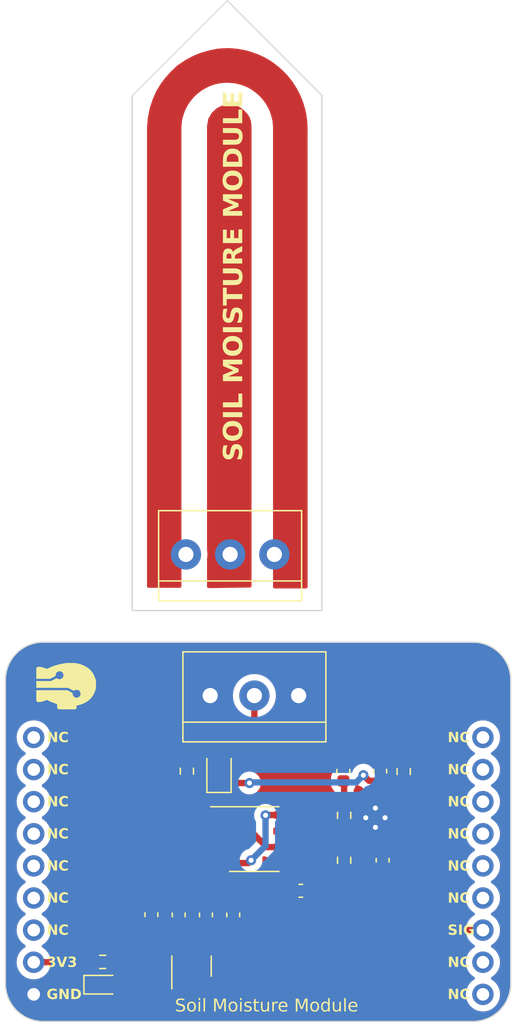
<source format=kicad_pcb>
(kicad_pcb (version 20221018) (generator pcbnew)
  (layers (0 "F.Cu" signal) (31 "B.Cu" signal) (34 "B.Paste" user) (35 "F.Paste" user) (36 "B.SilkS" user "B.Silkscreen") (37 "F.SilkS" user "F.Silkscreen") (38 "B.Mask" user) (39 "F.Mask" user) (44 "Edge.Cuts" user))
  (net 0 "")
  (net 1 "Net-(U1-CV)")
  (net 2 "Net-(U1-THR)")
  (net 3 "VCC")
  (net 4 "SIG")
  (net 5 "+3V3")
  (net 6 "SENSOR+")
  (net 7 "Net-(D2-A)")
  (net 8 "Net-(U1-DIS)")
  (net 9 "Net-(U1-Q)")
  (net 25 "SENSOR-")
  (footprint "Resistor_SMD:R_0603_1608Metric" (layer "F.Cu") (at 102.566765 103.403264 -90)
    (fp_text reference "R4" hide)
    (fp_text value "1m" hide)
    (fp_line (start -0.237258 -0.5225) (end 0.237258 -0.5225) (stroke (width 0.12)) (layer "F.SilkS"))
    (fp_line (start -0.237258 0.5225) (end 0.237258 0.5225) (stroke (width 0.12)) (layer "F.SilkS"))
    (pad "1" smd roundrect (at -0.825 0 270) (size 0.8 0.95) (layers "F.Cu" "F.Paste" "F.Mask") (net 25 "SENSOR-"))
    (pad "2" smd roundrect (at 0.825 0 270) (size 0.8 0.95) (layers "F.Cu" "F.Paste" "F.Mask") (net 4 "SIG"))
  )
  (footprint "Resistor_SMD:R_0603_1608Metric" (layer "F.Cu") (at 97.8535 110.4265 -90)
    (fp_text reference "R1" hide)
    (fp_text value "1.6k" hide)
    (fp_line (start -0.237258 -0.5225) (end 0.237258 -0.5225) (stroke (width 0.12)) (layer "F.SilkS"))
    (fp_line (start -0.237258 0.5225) (end 0.237258 0.5225) (stroke (width 0.12)) (layer "F.SilkS"))
    (pad "1" smd roundrect (at -0.825 0 270) (size 0.8 0.95) (layers "F.Cu" "F.Paste" "F.Mask") (net 8 "Net-(U1-DIS)"))
    (pad "2" smd roundrect (at 0.825 0 270) (size 0.8 0.95) (layers "F.Cu" "F.Paste" "F.Mask") (net 2 "Net-(U1-THR)"))
  )
  (footprint "Capacitor_SMD:C_0603_1608Metric" (layer "F.Cu") (at 89.07518 114.74507 90)
    (fp_text reference "C8" hide)
    (fp_text value "4.7uF" hide)
    (fp_line (start -0.14058 -0.51) (end 0.14058 -0.51) (stroke (width 0.12)) (layer "F.SilkS"))
    (fp_line (start -0.14058 0.51) (end 0.14058 0.51) (stroke (width 0.12)) (layer "F.SilkS"))
    (pad "1" smd roundrect (at -0.775 0 90) (size 0.9 0.95) (layers "F.Cu" "F.Paste" "F.Mask") (net 3 "VCC"))
    (pad "2" smd roundrect (at 0.775 0 90) (size 0.9 0.95) (layers "F.Cu" "F.Paste" "F.Mask") (net 25 "SENSOR-"))
  )
  (footprint "TerminalBlock_4Ucon:TerminalBlock_4Ucon_1x03_P3.50mm_Horizontal" (layer "F.Cu") (at 87.25 97.4)
    (fp_text reference "J2" hide)
    (fp_text value "Screw_Terminal_01x03" hide)
    (fp_line (start -2.16 -3.46) (end -2.16 3.66) (stroke (width 0.12)) (layer "F.SilkS"))
    (fp_line (start -2.16 -3.46) (end 9.16 -3.46) (stroke (width 0.12)) (layer "F.SilkS"))
    (fp_line (start -2.16 2.1) (end 9.16 2.1) (stroke (width 0.12)) (layer "F.SilkS"))
    (fp_line (start -2.16 3.66) (end 9.16 3.66) (stroke (width 0.12)) (layer "F.SilkS"))
    (fp_line (start 9.16 -3.46) (end 9.16 3.66) (stroke (width 0.12)) (layer "F.SilkS"))
    (pad "1" thru_hole circle (at 0 0) (size 2.4 2.4) (drill 1.2) (layers "*.Cu" "*.Mask") (net 25 "SENSOR-"))
    (pad "2" thru_hole circle (at 3.5 0) (size 2.4 2.4) (drill 1.2) (layers "*.Cu" "*.Mask") (net 6 "SENSOR+"))
    (pad "3" thru_hole circle (at 7 0) (size 2.4 2.4) (drill 1.2) (layers "*.Cu" "*.Mask") (net 25 "SENSOR-"))
  )
  (footprint "Capacitor_SMD:C_0603_1608Metric" (layer "F.Cu") (at 86.91618 114.74507 90)
    (fp_text reference "C6" hide)
    (fp_text value "0.1uF" hide)
    (fp_line (start -0.14058 -0.51) (end 0.14058 -0.51) (stroke (width 0.12)) (layer "F.SilkS"))
    (fp_line (start -0.14058 0.51) (end 0.14058 0.51) (stroke (width 0.12)) (layer "F.SilkS"))
    (pad "1" smd roundrect (at -0.775 0 90) (size 0.9 0.95) (layers "F.Cu" "F.Paste" "F.Mask") (net 3 "VCC"))
    (pad "2" smd roundrect (at 0.775 0 90) (size 0.9 0.95) (layers "F.Cu" "F.Paste" "F.Mask") (net 25 "SENSOR-"))
  )
  (footprint "Diode_SMD:D_0805_2012Metric" (layer "F.Cu") (at 87.9475 103.378 90)
    (fp_text reference "D1" hide)
    (fp_text value "1N4148" hide)
    (fp_line (start -1.685 -0.96) (end -1.685 0.96) (stroke (width 0.12)) (layer "F.SilkS"))
    (fp_line (start -1.685 0.96) (end 1 0.96) (stroke (width 0.12)) (layer "F.SilkS"))
    (fp_line (start 1 -0.96) (end -1.685 -0.96) (stroke (width 0.12)) (layer "F.SilkS"))
    (pad "1" smd roundrect (at -0.9375 0 90) (size 0.975 1.4) (layers "F.Cu" "F.Paste" "F.Mask") (net 4 "SIG"))
    (pad "2" smd roundrect (at 0.9375 0 90) (size 0.975 1.4) (layers "F.Cu" "F.Paste" "F.Mask") (net 6 "SENSOR+"))
  )
  (footprint "Capacitor_SMD:C_0603_1608Metric" (layer "F.Cu") (at 100.711 103.378 -90)
    (fp_text reference "C4" hide)
    (fp_text value "1uF" hide)
    (fp_line (start -0.14058 -0.51) (end 0.14058 -0.51) (stroke (width 0.12)) (layer "F.SilkS"))
    (fp_line (start -0.14058 0.51) (end 0.14058 0.51) (stroke (width 0.12)) (layer "F.SilkS"))
    (pad "1" smd roundrect (at -0.775 0 270) (size 0.9 0.95) (layers "F.Cu" "F.Paste" "F.Mask") (net 25 "SENSOR-"))
    (pad "2" smd roundrect (at 0.775 0 270) (size 0.9 0.95) (layers "F.Cu" "F.Paste" "F.Mask") (net 4 "SIG"))
  )
  (footprint "Capacitor_SMD:C_0603_1608Metric" (layer "F.Cu") (at 82.59818 114.73207 90)
    (fp_text reference "C7" hide)
    (fp_text value "4.7uF" hide)
    (fp_line (start -0.14058 -0.51) (end 0.14058 -0.51) (stroke (width 0.12)) (layer "F.SilkS"))
    (fp_line (start -0.14058 0.51) (end 0.14058 0.51) (stroke (width 0.12)) (layer "F.SilkS"))
    (pad "1" smd roundrect (at -0.775 0 90) (size 0.9 0.95) (layers "F.Cu" "F.Paste" "F.Mask") (net 5 "+3V3"))
    (pad "2" smd roundrect (at 0.775 0 90) (size 0.9 0.95) (layers "F.Cu" "F.Paste" "F.Mask") (net 25 "SENSOR-"))
  )
  (footprint "Moduler_:pin_header" (layer "F.Cu") (at 90.805 111.379)
    (fp_text reference "U3" hide)
    (fp_text value "~" hide)
    (fp_text user "NC" (at -16.51 -5.08 unlocked) (layer "F.SilkS") (effects (font (size 0.8 0.8) (thickness 0.2) bold) (justify left bottom)))
    (fp_text user "NC" (at 15.24 -7.62 unlocked) (layer "F.SilkS") (effects (font (size 0.8 0.8) (thickness 0.2) bold) (justify left bottom)))
    (fp_text user "NC" (at 15.24 -2.54 unlocked) (layer "F.SilkS") (effects (font (size 0.8 0.8) (thickness 0.2) bold) (justify left bottom)))
    (fp_text user "Soil Moisture Module" (at -6.35 11.176 unlocked) (layer "F.SilkS") (effects (font (thickness 0.1)) (justify left bottom)))
    (fp_text user "NC" (at -16.51 -7.62 unlocked) (layer "F.SilkS") (effects (font (size 0.8 0.8) (thickness 0.2) bold) (justify left bottom)))
    (fp_text user "GND" (at -16.51 10.16 unlocked) (layer "F.SilkS") (effects (font (size 0.8 0.8) (thickness 0.2) bold) (justify left bottom)))
    (fp_text user "NC" (at -16.51 -10.16 unlocked) (layer "F.SilkS") (effects (font (size 0.8 0.8) (thickness 0.2) bold) (justify left bottom)))
    (fp_text user "SIG" (at 15.24 5.08 unlocked) (layer "F.SilkS") (effects (font (size 0.8 0.8) (thickness 0.2) bold) (justify left bottom)))
    (fp_text user "3V3" (at -16.51 7.62 unlocked) (layer "F.SilkS") (effects (font (size 0.8 0.8) (thickness 0.2) bold) (justify left bottom)))
    (fp_text user "NC" (at 15.24 -5.08 unlocked) (layer "F.SilkS") (effects (font (size 0.8 0.8) (thickness 0.2) bold) (justify left bottom)))
    (fp_text user "NC" (at -16.51 -2.54 unlocked) (layer "F.SilkS") (effects (font (size 0.8 0.8) (thickness 0.2) bold) (justify left bottom)))
    (fp_text user "NC" (at -16.51 0 unlocked) (layer "F.SilkS") (effects (font (size 0.8 0.8) (thickness 0.2) bold) (justify left bottom)))
    (fp_text user "NC" (at 15.24 -10.16 unlocked) (layer "F.SilkS") (effects (font (size 0.8 0.8) (thickness 0.2) bold) (justify left bottom)))
    (fp_text user "NC" (at -16.51 5.08 unlocked) (layer "F.SilkS") (effects (font (size 0.8 0.8) (thickness 0.2) bold) (justify left bottom)))
    (fp_text user "NC" (at 15.24 7.62 unlocked) (layer "F.SilkS") (effects (font (size 0.8 0.8) (thickness 0.2) bold) (justify left bottom)))
    (fp_text user "NC" (at 15.24 10.16 unlocked) (layer "F.SilkS") (effects (font (size 0.8 0.8) (thickness 0.2) bold) (justify left bottom)))
    (fp_text user "NC" (at 15.24 0 unlocked) (layer "F.SilkS") (effects (font (size 0.8 0.8) (thickness 0.2) bold) (justify left bottom)))
    (fp_text user "NC" (at 15.24 2.54 unlocked) (layer "F.SilkS") (effects (font (size 0.8 0.8) (thickness 0.2) bold) (justify left bottom)))
    (fp_text user "NC" (at -16.51 2.54 unlocked) (layer "F.SilkS") (effects (font (size 0.8 0.8) (thickness 0.2) bold) (justify left bottom)))
    (fp_poly (pts (xy -14.485582 -16.559009) (xy -14.360573 -16.554745) (xy -14.248636 -16.54798) (xy -14.157002 -16.538775) (xy -14.117924 -16.532703) (xy -13.929469 -16.491549) (xy -13.759531 -16.440533) (xy -13.595569 -16.375574) (xy -13.505604 -16.333511) (xy -13.302009 -16.218091) (xy -13.123321 -16.083397) (xy -12.969118 -15.928915) (xy -12.838978 -15.754131) (xy -12.73248 -15.558531) (xy -12.6492 -15.3416) (xy -12.625721 -15.261504) (xy -12.612959 -15.20932) (xy -12.603846 -15.156964) (xy -12.597806 -15.097579) (xy -12.594264 -15.024306) (xy -12.592645 -14.930288) (xy -12.59236 -14.863654) (xy -12.592671 -14.758539) (xy -12.594379 -14.67766) (xy -12.598173 -14.613669) (xy -12.604739 -14.559219) (xy -12.614766 -14.506962) (xy -12.628942 -14.449549) (xy -12.632287 -14.43698) (xy -12.705714 -14.221543) (xy -12.805363 -14.022972) (xy -12.930147 -13.842253) (xy -13.078978 -13.68037) (xy -13.250768 -13.538308) (xy -13.444431 -13.417053) (xy -13.658878 -13.317589) (xy -13.893022 -13.240901) (xy -13.975535 -13.220506) (xy -14.129547 -13.185381) (xy -14.129547 -13.083439) (xy -14.131087 -13.025365) (xy -14.138019 -12.987709) (xy -14.153807 -12.959356) (xy -14.17572 -12.935324) (xy -14.221893 -12.889151) (xy -14.898388 -12.889632) (xy -15.093554 -12.890179) (xy -15.257188 -12.891522) (xy -15.389336 -12.893662) (xy -15.490047 -12.896601) (xy -15.559371 -12.900339) (xy -15.597354 -12.904877) (xy -15.604006 -12.907041) (xy -15.639705 -12.944721) (xy -15.663541 -13.009816) (xy -15.675744 -13.103144) (xy -15.677582 -13.169023) (xy -15.677607 -13.307746) (xy -15.877323 -13.375342) (xy -15.973613 -13.410249) (xy -16.083694 -13.453796) (xy -16.193274 -13.500154) (xy -16.27912 -13.539209) (xy -16.481202 -13.63548) (xy -16.625058 -13.577237) (xy -16.814264 -13.51298) (xy -16.995657 -13.477073) (xy -17.112214 -13.468483) (xy -17.172568 -13.467793) (xy -17.210949 -13.471228) (xy -17.236949 -13.481681) (xy -17.260163 -13.502045) (xy -17.274123 -13.517292) (xy -17.320343 -13.568879) (xy -17.320343 -13.987224) (xy -17.320343 -14.405569) (xy -16.086926 -14.405569) (xy -14.85351 -14.405569) (xy -14.643801 -14.294889) (xy -14.56284 -14.251731) (xy -14.506066 -14.219928) (xy -14.469493 -14.196546) (xy -14.449134 -14.178651) (xy -14.441003 -14.163308) (xy -14.441111 -14.147581) (xy -14.441413 -14.14592) (xy -14.43976 -14.092795) (xy -14.421236 -14.027967) (xy -14.3904 -13.962942) (xy -14.35181 -13.909228) (xy -14.344762 -13.902005) (xy -14.296227 -13.865834) (xy -14.236644 -13.835404) (xy -14.214799 -13.827587) (xy -14.121045 -13.813694) (xy -14.033382 -13.827179) (xy -13.955509 -13.863953) (xy -13.891126 -13.919926) (xy -13.843932 -13.991011) (xy -13.817627 -14.073118) (xy -13.815911 -14.162158) (xy -13.838074 -14.243952) (xy -13.888707 -14.328311) (xy -13.95777 -14.389514) (xy -14.040589 -14.425955) (xy -14.132494 -14.436027) (xy -14.228811 -14.418125) (xy -14.281052 -14.396241) (xy -14.36193 -14.355321) (xy -14.581404 -14.471272) (xy -14.800878 -14.587224) (xy -16.06061 -14.591538) (xy -17.320343 -14.595853) (xy -17.320343 -14.86402) (xy -17.320343 -15.132186) (xy -16.736108 -15.132186) (xy -16.151873 -15.132186) (xy -15.92364 -15.25081) (xy -15.825628 -15.300328) (xy -15.752835 -15.333929) (xy -15.705794 -15.351385) (xy -15.685044 -15.352471) (xy -15.684533 -15.351839) (xy -15.664369 -15.334981) (xy -15.626413 -15.313259) (xy -15.608475 -15.304645) (xy -15.517344 -15.278515) (xy -15.42868 -15.280387) (xy -15.34665 -15.306716) (xy -15.27542 -15.353956) (xy -15.219157 -15.418565) (xy -15.182028 -15.496995) (xy -15.1682 -15.585704) (xy -15.178799 -15.670169) (xy -15.216089 -15.756834) (xy -15.2752 -15.826154) (xy -15.350432 -15.875231) (xy -15.436087 -15.901168) (xy -15.526465 -15.901066) (xy -15.594919 -15.881743) (xy -15.679764 -15.831605) (xy -15.7402 -15.761879) (xy -15.776844 -15.671686) (xy -15.787538 -15.6087) (xy -15.796027 -15.524455) (xy -16.008245 -15.415199) (xy -16.220463 -15.305942) (xy -16.770403 -15.305942) (xy -17.320343 -15.305942) (xy -17.320343 -15.73365) (xy -17.320343 -16.161358) (xy -17.27417 -16.207531) (xy -17.247441 -16.231634) (xy -17.221044 -16.24546) (xy -17.185152 -16.251797) (xy -17.129936 -16.253429) (xy -17.112261 -16.253429) (xy -16.965134 -16.242789) (xy -16.813828 -16.210492) (xy -16.650907 -16.15493) (xy -16.643254 -16.151886) (xy -16.580147 -16.127507) (xy -16.526736 -16.108472) (xy -16.490695 -16.097439) (xy -16.481152 -16.095743) (xy -16.459332 -16.102404) (xy -16.415439 -16.120594) (xy -16.35561 -16.147624) (xy -16.285983 -16.180807) (xy -16.277762 -16.184828) (xy -16.053998 -16.282606) (xy -15.80365 -16.369931) (xy -15.530295 -16.445763) (xy -15.237504 -16.509065) (xy -15.053614 -16.540657) (xy -14.971712 -16.549822) (xy -14.866727 -16.556178) (xy -14.74589 -16.559787) (xy -14.616431 -16.56071)) (fill solid) (layer "F.SilkS"))
    (fp_poly (pts (xy -19.759475 -15.361112) (xy -19.747896 -15.5134) (xy -19.728827 -15.663474) (xy -19.702457 -15.811146) (xy -19.668975 -15.956226) (xy -19.628568 -16.098527) (xy -19.581426 -16.23786) (xy -19.527736 -16.374037) (xy -19.467687 -16.506869) (xy -19.401468 -16.636168) (xy -19.329267 -16.761745) (xy -19.251272 -16.883413) (xy -19.167671 -17.000982) (xy -19.078654 -17.114264) (xy -18.984408 -17.223072) (xy -18.885122 -17.327215) (xy -18.780984 -17.426507) (xy -18.672182 -17.520758) (xy -18.558906 -17.609781) (xy -18.441343 -17.693386) (xy -18.319683 -17.771386) (xy -18.194112 -17.843591) (xy -18.06482 -17.909814) (xy -17.931995 -17.969866) (xy -17.795826 -18.023559) (xy -17.6565 -18.070704) (xy -17.514207 -18.111113) (xy -17.369134 -18.144597) (xy -17.221471 -18.170968) (xy -17.071405 -18.190038) (xy -16.919125 -18.201619) (xy -16.764819 -18.20552) (xy 17.238832 -18.20552) (xy 17.393137 -18.201619) (xy 17.545417 -18.190038) (xy 17.695483 -18.170968) (xy 17.843146 -18.144597) (xy 17.988219 -18.111113) (xy 18.130512 -18.070704) (xy 18.269837 -18.023559) (xy 18.406006 -17.969866) (xy 18.538831 -17.909814) (xy 18.668123 -17.843591) (xy 18.793694 -17.771386) (xy 18.915355 -17.693386) (xy 19.032917 -17.609781) (xy 19.146194 -17.520758) (xy 19.254995 -17.426507) (xy 19.359133 -17.327215) (xy 19.458419 -17.223072) (xy 19.552665 -17.114264) (xy 19.641683 -17.000982) (xy 19.725284 -16.883413) (xy 19.803279 -16.761745) (xy 19.87548 -16.636168) (xy 19.9417 -16.506869) (xy 20.001748 -16.374037) (xy 20.055438 -16.23786) (xy 20.102581 -16.098527) (xy 20.142987 -15.956226) (xy 20.17647 -15.811146) (xy 20.20284 -15.663474) (xy 20.221909 -15.5134) (xy 20.233488 -15.361112) (xy 20.23739 -15.206798) (xy 20.23739 8.797094) (xy 20.233488 8.951408) (xy 20.221909 9.103696) (xy 20.20284 9.25377) (xy 20.17647 9.401441) (xy 20.142987 9.546522) (xy 20.102581 9.688822) (xy 20.055438 9.828155) (xy 20.001748 9.964332) (xy 19.9417 10.097164) (xy 19.87548 10.226463) (xy 19.803279 10.352041) (xy 19.725284 10.473708) (xy 19.641683 10.591278) (xy 19.552665 10.70456) (xy 19.458419 10.813367) (xy 19.359133 10.917511) (xy 19.254995 11.016803) (xy 19.146194 11.111054) (xy 19.032917 11.200077) (xy 18.915355 11.283682) (xy 18.793694 11.361681) (xy 18.668123 11.433887) (xy 18.538831 11.50011) (xy 18.406006 11.560162) (xy 18.269837 11.613855) (xy 18.130512 11.661) (xy 17.988219 11.701409) (xy 17.843146 11.734893) (xy 17.695483 11.761265) (xy 17.545417 11.780334) (xy 17.393137 11.791915) (xy 17.238832 11.795817) (xy -16.764819 11.795817) (xy -16.919125 11.791915) (xy -17.071405 11.780334) (xy -17.221471 11.761265) (xy -17.369134 11.734893) (xy -17.514207 11.701409) (xy -17.6565 11.661) (xy -17.795826 11.613855) (xy -17.931995 11.560162) (xy -18.06482 11.50011) (xy -18.194112 11.433887) (xy -18.319683 11.361681) (xy -18.441343 11.283682) (xy -18.558906 11.200077) (xy -18.672182 11.111054) (xy -18.780984 11.016803) (xy -18.885122 10.917511) (xy -18.984408 10.813367) (xy -19.078654 10.70456) (xy -19.167671 10.591278) (xy -19.251272 10.473708) (xy -19.329267 10.352041) (xy -19.401468 10.226463) (xy -19.467687 10.097164) (xy -19.527736 9.964332) (xy -19.581426 9.828155) (xy -19.628568 9.688822) (xy -19.668975 9.546522) (xy -19.702457 9.401441) (xy -19.728827 9.25377) (xy -19.747896 9.103696) (xy -19.759475 8.951408) (xy -19.763377 8.797094) (xy -19.763377 -15.206798)) (stroke (width 0.1)) (fill none) (layer "Edge.Cuts"))
    (pad "1" thru_hole oval (at -17.526 -10.668) (size 1.7 1.7) (drill 1) (layers "*.Cu" "*.Mask"))
    (pad "2" thru_hole oval (at -17.526 -8.128) (size 1.7 1.7) (drill 1) (layers "*.Cu" "*.Mask"))
    (pad "3" thru_hole oval (at -17.526 -5.588) (size 1.7 1.7) (drill 1) (layers "*.Cu" "*.Mask"))
    (pad "4" thru_hole oval (at -17.526 -3.048) (size 1.7 1.7) (drill 1) (layers "*.Cu" "*.Mask"))
    (pad "5" thru_hole oval (at -17.526 -0.508) (size 1.7 1.7) (drill 1) (layers "*.Cu" "*.Mask"))
    (pad "6" thru_hole oval (at -17.526 2.032) (size 1.7 1.7) (drill 1) (layers "*.Cu" "*.Mask"))
    (pad "7" thru_hole oval (at -17.526 4.572) (size 1.7 1.7) (drill 1) (layers "*.Cu" "*.Mask"))
    (pad "8" thru_hole oval (at -17.526 7.112) (size 1.7 1.7) (drill 1) (layers "*.Cu" "*.Mask") (net 5 "+3V3"))
    (pad "9" thru_hole oval (at -17.526 9.652) (size 1.7 1.7) (drill 1) (layers "*.Cu" "*.Mask") (net 25 "SENSOR-"))
    (pad "10" thru_hole oval (at 18.034 9.652) (size 1.7 1.7) (drill 1) (layers "*.Cu" "*.Mask"))
    (pad "11" thru_hole oval (at 18.034 7.112) (size 1.7 1.7) (drill 1) (layers "*.Cu" "*.Mask"))
    (pad "12" thru_hole oval (at 18.034 4.572) (size 1.7 1.7) (drill 1) (layers "*.Cu" "*.Mask") (net 4 "SIG"))
    (pad "13" thru_hole oval (at 18.034 2.032) (size 1.7 1.7) (drill 1) (layers "*.Cu" "*.Mask"))
    (pad "14" thru_hole oval (at 18.034 -0.508) (size 1.7 1.7) (drill 1) (layers "*.Cu" "*.Mask"))
    (pad "15" thru_hole oval (at 18.034 -3.048) (size 1.7 1.7) (drill 1) (layers "*.Cu" "*.Mask"))
    (pad "16" thru_hole oval (at 18.034 -5.588) (size 1.7 1.7) (drill 1) (layers "*.Cu" "*.Mask"))
    (pad "17" thru_hole oval (at 18.034 -8.128) (size 1.7 1.7) (drill 1) (layers "*.Cu" "*.Mask"))
    (pad "18" thru_hole oval (at 18.034 -10.668) (size 1.7 1.7) (drill 1) (layers "*.Cu" "*.Mask"))
  )
  (footprint "Capacitor_SMD:C_0603_1608Metric" (layer "F.Cu") (at 94.4245 112.8395 180)
    (fp_text reference "C1" hide)
    (fp_text value "0.1uF" hide)
    (fp_line (start -0.14058 -0.51) (end 0.14058 -0.51) (stroke (width 0.12)) (layer "F.SilkS"))
    (fp_line (start -0.14058 0.51) (end 0.14058 0.51) (stroke (width 0.12)) (layer "F.SilkS"))
    (pad "1" smd roundrect (at -0.775 0 180) (size 0.9 0.95) (layers "F.Cu" "F.Paste" "F.Mask") (net 1 "Net-(U1-CV)"))
    (pad "2" smd roundrect (at 0.775 0 180) (size 0.9 0.95) (layers "F.Cu" "F.Paste" "F.Mask") (net 25 "SENSOR-"))
  )
  (footprint "Resistor_SMD:R_0603_1608Metric" (layer "F.Cu") (at 78.74 118.4656)
    (fp_text reference "R5" hide)
    (fp_text value "R" hide)
    (fp_line (start -0.237258 -0.5225) (end 0.237258 -0.5225) (stroke (width 0.12)) (layer "F.SilkS"))
    (fp_line (start -0.237258 0.5225) (end 0.237258 0.5225) (stroke (width 0.12)) (layer "F.SilkS"))
    (pad "1" smd roundrect (at -0.825 0) (size 0.8 0.95) (layers "F.Cu" "F.Paste" "F.Mask") (net 5 "+3V3"))
    (pad "2" smd roundrect (at 0.825 0) (size 0.8 0.95) (layers "F.Cu" "F.Paste" "F.Mask") (net 7 "Net-(D2-A)"))
  )
  (footprint "Capacitor_SMD:C_0603_1608Metric" (layer "F.Cu") (at 100.9015 110.4265 90)
    (fp_text reference "C2" hide)
    (fp_text value "470pF" hide)
    (fp_line (start -0.14058 -0.51) (end 0.14058 -0.51) (stroke (width 0.12)) (layer "F.SilkS"))
    (fp_line (start -0.14058 0.51) (end 0.14058 0.51) (stroke (width 0.12)) (layer "F.SilkS"))
    (pad "1" smd roundrect (at -0.775 0 90) (size 0.9 0.95) (layers "F.Cu" "F.Paste" "F.Mask") (net 2 "Net-(U1-THR)"))
    (pad "2" smd roundrect (at 0.775 0 90) (size 0.9 0.95) (layers "F.Cu" "F.Paste" "F.Mask") (net 25 "SENSOR-"))
  )
  (footprint "Resistor_SMD:R_0603_1608Metric" (layer "F.Cu") (at 85.4075 103.378 -90)
    (fp_text reference "R3" hide)
    (fp_text value "10k" hide)
    (fp_line (start -0.237258 -0.5225) (end 0.237258 -0.5225) (stroke (width 0.12)) (layer "F.SilkS"))
    (fp_line (start -0.237258 0.5225) (end 0.237258 0.5225) (stroke (width 0.12)) (layer "F.SilkS"))
    (pad "1" smd roundrect (at -0.825 0 270) (size 0.8 0.95) (layers "F.Cu" "F.Paste" "F.Mask") (net 6 "SENSOR+"))
    (pad "2" smd roundrect (at 0.825 0 270) (size 0.8 0.95) (layers "F.Cu" "F.Paste" "F.Mask") (net 9 "Net-(U1-Q)"))
  )
  (footprint "LED_SMD:LED_0603_1608Metric" (layer "F.Cu") (at 78.74 120.269)
    (fp_text reference "D2" hide)
    (fp_text value "LED" hide)
    (fp_line (start -1.485 -0.735) (end -1.485 0.735) (stroke (width 0.12)) (layer "F.SilkS"))
    (fp_line (start -1.485 0.735) (end 0.8 0.735) (stroke (width 0.12)) (layer "F.SilkS"))
    (fp_line (start 0.8 -0.735) (end -1.485 -0.735) (stroke (width 0.12)) (layer "F.SilkS"))
    (pad "1" smd roundrect (at -0.7875 0) (size 0.875 0.95) (layers "F.Cu" "F.Paste" "F.Mask") (net 25 "SENSOR-"))
    (pad "2" smd roundrect (at 0.7875 0) (size 0.875 0.95) (layers "F.Cu" "F.Paste" "F.Mask") (net 7 "Net-(D2-A)"))
  )
  (footprint "Package_SO:SOIC-8_3.9x4.9mm_P1.27mm" (layer "F.Cu") (at 90.7415 108.7501)
    (fp_text reference "U1" hide)
    (fp_text value "TLC555xD" hide)
    (fp_line (start 0 -2.56) (end -3.45 -2.56) (stroke (width 0.12)) (layer "F.SilkS"))
    (fp_line (start 0 -2.56) (end 1.95 -2.56) (stroke (width 0.12)) (layer "F.SilkS"))
    (fp_line (start 0 2.56) (end -1.95 2.56) (stroke (width 0.12)) (layer "F.SilkS"))
    (fp_line (start 0 2.56) (end 1.95 2.56) (stroke (width 0.12)) (layer "F.SilkS"))
    (pad "1" smd roundrect (at -2.475 -1.905) (size 1.95 0.6) (layers "F.Cu" "F.Paste" "F.Mask") (net 25 "SENSOR-"))
    (pad "2" smd roundrect (at -2.475 -0.635) (size 1.95 0.6) (layers "F.Cu" "F.Paste" "F.Mask") (net 2 "Net-(U1-THR)"))
    (pad "3" smd roundrect (at -2.475 0.635) (size 1.95 0.6) (layers "F.Cu" "F.Paste" "F.Mask") (net 9 "Net-(U1-Q)"))
    (pad "4" smd roundrect (at -2.475 1.905) (size 1.95 0.6) (layers "F.Cu" "F.Paste" "F.Mask") (net 3 "VCC"))
    (pad "5" smd roundrect (at 2.475 1.905) (size 1.95 0.6) (layers "F.Cu" "F.Paste" "F.Mask") (net 1 "Net-(U1-CV)"))
    (pad "6" smd roundrect (at 2.475 0.635) (size 1.95 0.6) (layers "F.Cu" "F.Paste" "F.Mask") (net 2 "Net-(U1-THR)"))
    (pad "7" smd roundrect (at 2.475 -0.635) (size 1.95 0.6) (layers "F.Cu" "F.Paste" "F.Mask") (net 8 "Net-(U1-DIS)"))
    (pad "8" smd roundrect (at 2.475 -1.905) (size 1.95 0.6) (layers "F.Cu" "F.Paste" "F.Mask") (net 3 "VCC"))
  )
  (footprint "Package_TO_SOT_SMD:SOT-23-3" (layer "F.Cu") (at 85.77318 118.79607 90)
    (fp_text reference "U2" hide)
    (fp_text value "XC6206P302" hide)
    (fp_line (start 0 -1.56) (end -1.8 -1.56) (stroke (width 0.12)) (layer "F.SilkS"))
    (fp_line (start 0 -1.56) (end 0.8 -1.56) (stroke (width 0.12)) (layer "F.SilkS"))
    (fp_line (start 0 1.56) (end -0.8 1.56) (stroke (width 0.12)) (layer "F.SilkS"))
    (fp_line (start 0 1.56) (end 0.8 1.56) (stroke (width 0.12)) (layer "F.SilkS"))
    (pad "1" smd roundrect (at -1.1375 -0.95 90) (size 1.325 0.6) (layers "F.Cu" "F.Paste" "F.Mask") (net 25 "SENSOR-"))
    (pad "2" smd roundrect (at -1.1375 0.95 90) (size 1.325 0.6) (layers "F.Cu" "F.Paste" "F.Mask") (net 3 "VCC"))
    (pad "3" smd roundrect (at 1.1375 0 90) (size 1.325 0.6) (layers "F.Cu" "F.Paste" "F.Mask") (net 5 "+3V3"))
  )
  (footprint "TerminalBlock_4Ucon:TerminalBlock_4Ucon_1x03_P3.50mm_Horizontal" (layer "F.Cu") (at 85.329 86.233)
    (fp_text reference "J3" hide)
    (fp_text value "Screw_Terminal_01x03" hide)
    (fp_line (start -2.16 -3.46) (end -2.16 3.66) (stroke (width 0.12)) (layer "F.SilkS"))
    (fp_line (start -2.16 -3.46) (end 9.16 -3.46) (stroke (width 0.12)) (layer "F.SilkS"))
    (fp_line (start -2.16 2.1) (end 9.16 2.1) (stroke (width 0.12)) (layer "F.SilkS"))
    (fp_line (start -2.16 3.66) (end 9.16 3.66) (stroke (width 0.12)) (layer "F.SilkS"))
    (fp_line (start 9.16 -3.46) (end 9.16 3.66) (stroke (width 0.12)) (layer "F.SilkS"))
    (pad "1" thru_hole circle (at 0 0) (size 2.4 2.4) (drill 1.2) (layers "*.Cu" "*.Mask") (net 25 "SENSOR-"))
    (pad "2" thru_hole circle (at 3.5 0) (size 2.4 2.4) (drill 1.2) (layers "*.Cu" "*.Mask") (net 6 "SENSOR+"))
    (pad "3" thru_hole circle (at 7 0) (size 2.4 2.4) (drill 1.2) (layers "*.Cu" "*.Mask") (net 25 "SENSOR-"))
  )
  (footprint "Resistor_SMD:R_0603_1608Metric" (layer "F.Cu") (at 97.8535 106.8705 -90)
    (fp_text reference "R2" hide)
    (fp_text value "330r" hide)
    (fp_line (start -0.237258 -0.5225) (end 0.237258 -0.5225) (stroke (width 0.12)) (layer "F.SilkS"))
    (fp_line (start -0.237258 0.5225) (end 0.237258 0.5225) (stroke (width 0.12)) (layer "F.SilkS"))
    (pad "1" smd roundrect (at -0.825 0 270) (size 0.8 0.95) (layers "F.Cu" "F.Paste" "F.Mask") (net 3 "VCC"))
    (pad "2" smd roundrect (at 0.825 0 270) (size 0.8 0.95) (layers "F.Cu" "F.Paste" "F.Mask") (net 8 "Net-(U1-DIS)"))
  )
  (footprint "Capacitor_SMD:C_0603_1608Metric" (layer "F.Cu") (at 97.79 103.378 -90)
    (fp_text reference "C3" hide)
    (fp_text value "0.1uF" hide)
    (fp_line (start -0.14058 -0.51) (end 0.14058 -0.51) (stroke (width 0.12)) (layer "F.SilkS"))
    (fp_line (start -0.14058 0.51) (end 0.14058 0.51) (stroke (width 0.12)) (layer "F.SilkS"))
    (pad "1" smd roundrect (at -0.775 0 270) (size 0.9 0.95) (layers "F.Cu" "F.Paste" "F.Mask") (net 25 "SENSOR-"))
    (pad "2" smd roundrect (at 0.775 0 270) (size 0.9 0.95) (layers "F.Cu" "F.Paste" "F.Mask") (net 3 "VCC"))
  )
  (footprint "Capacitor_SMD:C_0603_1608Metric" (layer "F.Cu") (at 84.75718 114.74507 90)
    (fp_text reference "C5" hide)
    (fp_text value "0.1uF" hide)
    (fp_line (start -0.14058 -0.51) (end 0.14058 -0.51) (stroke (width 0.12)) (layer "F.SilkS"))
    (fp_line (start -0.14058 0.51) (end 0.14058 0.51) (stroke (width 0.12)) (layer "F.SilkS"))
    (pad "1" smd roundrect (at -0.775 0 90) (size 0.9 0.95) (layers "F.Cu" "F.Paste" "F.Mask") (net 5 "+3V3"))
    (pad "2" smd roundrect (at 0.775 0 90) (size 0.9 0.95) (layers "F.Cu" "F.Paste" "F.Mask") (net 25 "SENSOR-"))
  )
  (gr_line (start 96.088078 90.675) (end 96.088078 69.799078) (stroke (width 0.1)) (layer "Edge.Cuts"))
  (gr_line (start 81.07536 49.961556) (end 88.607058 42.429858) (stroke (width 0.1)) (layer "Edge.Cuts"))
  (gr_line (start 81.0768 69.9516) (end 81.0768 49.9618) (stroke (width 0.1)) (layer "Edge.Cuts"))
  (gr_line (start 96.088078 69.799078) (end 96.088078 49.910878) (stroke (width 0.1)) (layer "Edge.Cuts"))
  (gr_line (start 81.074878 90.675) (end 96.088078 90.675) (stroke (width 0.1)) (layer "Edge.Cuts"))
  (gr_line (start 81.0768 90.678) (end 81.0768 69.9516) (stroke (width 0.1)) (layer "Edge.Cuts"))
  (gr_line (start 96.088078 49.910878) (end 88.607058 42.429858) (stroke (width 0.1)) (layer "Edge.Cuts"))
  (gr_text "SOIL MOISTURE MODULE" (at 90.043 78.867 90) (layer "F.SilkS") (effects (font (size 1.5 1.5) (thickness 0.3) bold) (justify left bottom)))
  (segment (start 95.17118 111.92507) (end 95.18418 111.93807) (width 0.5) (layer "F.Cu") (net 1))
  (segment (start 93.2165 110.6551) (end 94.9071 110.6551) (width 0.5) (layer "F.Cu") (net 1))
  (segment (start 95.1865 110.9345) (end 95.1865 112.8265) (width 0.5) (layer "F.Cu") (net 1))
  (segment (start 94.9071 110.6551) (end 95.1865 110.9345) (width 0.5) (layer "F.Cu") (net 1))
  (segment (start 88.2919 108.1405) (end 88.2665 108.1151) (width 0.5) (layer "F.Cu") (net 2))
  (segment (start 96.8505 111.2015) (end 100.9015 111.2015) (width 0.5) (layer "F.Cu") (net 2))
  (segment (start 95.0341 109.3851) (end 96.8505 111.2015) (width 0.5) (layer "F.Cu") (net 2))
  (segment (start 93.2165 109.3851) (end 91.7321 109.3851) (width 0.5) (layer "F.Cu") (net 2))
  (segment (start 93.2165 109.3851) (end 95.0341 109.3851) (width 0.5) (layer "F.Cu") (net 2))
  (segment (start 90.4875 108.1405) (end 88.2919 108.1405) (width 0.5) (layer "F.Cu") (net 2))
  (segment (start 91.7321 109.3851) (end 90.4875 108.1405) (width 0.5) (layer "F.Cu") (net 2))
  (segment (start 86.72318 119.93357) (end 86.741 119.91575) (width 0.5) (layer "F.Cu") (net 3))
  (segment (start 86.91618 116.63707) (end 86.91618 115.52007) (width 0.5) (layer "F.Cu") (net 3))
  (segment (start 95.4405 106.1085) (end 97.7905 106.1085) (width 0.5) (layer "F.Cu") (net 3))
  (segment (start 88.273687 110.647913) (end 88.2665 110.6551) (width 0.5) (layer "F.Cu") (net 3))
  (segment (start 86.741 116.81225) (end 86.91618 116.63707) (width 0.5) (layer "F.Cu") (net 3))
  (segment (start 97.8535 104.2165) (end 97.8535 106.0455) (width 0.5) (layer "F.Cu") (net 3))
  (segment (start 87.988976 112.166024) (end 88.2665 111.8885) (width 0.5) (layer "F.Cu") (net 3))
  (segment (start 94.7039 106.8451) (end 95.4405 106.1085) (width 0.5) (layer "F.Cu") (net 3))
  (segment (start 90.4875 110.4265) (end 90.266087 110.647913) (width 0.5) (layer "F.Cu") (net 3))
  (segment (start 91.6559 106.8451) (end 91.6305 106.8705) (width 0.5) (layer "F.Cu") (net 3))
  (segment (start 87.988976 115.498046) (end 87.988976 112.166024) (width 0.5) (layer "F.Cu") (net 3))
  (segment (start 97.7905 106.1085) (end 97.8535 106.0455) (width 0.5) (layer "F.Cu") (net 3))
  (segment (start 90.266087 110.647913) (end 88.273687 110.647913) (width 0.5) (layer "F.Cu") (net 3))
  (segment (start 86.91618 115.52007) (end 89.07518 115.52007) (width 0.5) (layer "F.Cu") (net 3))
  (segment (start 88.011 115.52007) (end 87.988976 115.498046) (width 0.5) (layer "F.Cu") (net 3))
  (segment (start 97.79 104.153) (end 97.8535 104.2165) (width 0.5) (layer "F.Cu") (net 3))
  (segment (start 86.741 119.91575) (end 86.741 116.81225) (width 0.5) (layer "F.Cu") (net 3))
  (segment (start 93.2165 106.8451) (end 94.7039 106.8451) (width 0.5) (layer "F.Cu") (net 3))
  (segment (start 88.2665 111.8885) (end 88.2665 110.6551) (width 0.5) (layer "F.Cu") (net 3))
  (segment (start 93.2165 106.8451) (end 91.6559 106.8451) (width 0.5) (layer "F.Cu") (net 3))
  (via (at 91.6305 106.8705) (size 0.8) (drill 0.4) (layers "F.Cu" "B.Cu") (net 3))
  (via (at 90.4875 110.4265) (size 0.8) (drill 0.4) (layers "F.Cu" "B.Cu") (net 3))
  (segment (start 91.6305 106.8705) (end 91.6305 109.2835) (width 0.5) (layer "B.Cu") (net 3))
  (segment (start 91.6305 109.2835) (end 90.4875 110.4265) (width 0.5) (layer "B.Cu") (net 3))
  (segment (start 104.902 115.951) (end 108.839 115.951) (width 0.5) (layer "F.Cu") (net 4))
  (segment (start 102.630265 104.291764) (end 102.630265 113.679265) (width 0.5) (layer "F.Cu") (net 4))
  (segment (start 100.711 104.153) (end 100.724 104.14) (width 0.5) (layer "F.Cu") (net 4))
  (segment (start 100.698 104.14) (end 100.711 104.153) (width 0.5) (layer "F.Cu") (net 4))
  (segment (start 99.822 104.14) (end 100.698 104.14) (width 0.5) (layer "F.Cu") (net 4))
  (segment (start 99.3775 103.6955) (end 99.822 104.14) (width 0.5) (layer "F.Cu") (net 4))
  (segment (start 102.630265 113.679265) (end 104.902 115.951) (width 0.5) (layer "F.Cu") (net 4))
  (segment (start 90.3605 104.3155) (end 87.9475 104.3155) (width 0.5) (layer "F.Cu") (net 4))
  (segment (start 100.724 104.14) (end 102.478501 104.14) (width 0.5) (layer "F.Cu") (net 4))
  (segment (start 102.478501 104.14) (end 102.630265 104.291764) (width 0.5) (layer "F.Cu") (net 4))
  (via (at 90.3605 104.3155) (size 0.8) (drill 0.4) (layers "F.Cu" "B.Cu") (net 4))
  (via (at 99.3775 103.6955) (size 0.8) (drill 0.4) (layers "F.Cu" "B.Cu") (net 4))
  (segment (start 90.409 104.267) (end 98.806 104.267) (width 0.5) (layer "B.Cu") (net 4))
  (segment (start 98.806 104.267) (end 99.3775 103.6955) (width 0.5) (layer "B.Cu") (net 4))
  (segment (start 90.3605 104.3155) (end 90.409 104.267) (width 0.5) (layer "B.Cu") (net 4))
  (segment (start 85.16418 115.52007) (end 85.77318 116.12907) (width 0.5) (layer "F.Cu") (net 5))
  (segment (start 79.52418 115.52007) (end 84.75718 115.52007) (width 0.5) (layer "F.Cu") (net 5))
  (segment (start 77.8896 118.491) (end 77.915 118.4656) (width 0.5) (layer "F.Cu") (net 5))
  (segment (start 84.75718 115.52007) (end 85.16418 115.52007) (width 0.5) (layer "F.Cu") (net 5))
  (segment (start 77.915 117.12925) (end 79.52418 115.52007) (width 0.5) (layer "F.Cu") (net 5))
  (segment (start 85.77318 116.12907) (end 85.77318 117.65857) (width 0.5) (layer "F.Cu") (net 5))
  (segment (start 77.915 118.4656) (end 77.915 117.12925) (width 0.5) (layer "F.Cu") (net 5))
  (segment (start 73.279 118.491) (end 77.8896 118.491) (width 0.5) (layer "F.Cu") (net 5))
  (segment (start 90.75 97.4) (end 90.75 101.5) (width 0.5) (layer "F.Cu") (net 6))
  (segment (start 90.75 101.5) (end 89.761 102.489) (width 0.5) (layer "F.Cu") (net 6))
  (segment (start 85.4715 102.489) (end 85.4075 102.553) (width 0.5) (layer "F.Cu") (net 6))
  (segment (start 89.761 102.489) (end 85.4715 102.489) (width 0.5) (layer "F.Cu") (net 6))
  (segment (start 79.565 120.2315) (end 79.5275 120.269) (width 0.5) (layer "F.Cu") (net 7))
  (segment (start 79.565 118.4656) (end 79.565 120.2315) (width 0.5) (layer "F.Cu") (net 7))
  (segment (start 97.7895 107.7595) (end 97.8535 107.6955) (width 0.5) (layer "F.Cu") (net 8))
  (segment (start 97.8535 109.6015) (end 97.8535 107.6955) (width 0.5) (layer "F.Cu") (net 8))
  (segment (start 95.5929 108.1151) (end 95.9485 107.7595) (width 0.5) (layer "F.Cu") (net 8))
  (segment (start 95.9485 107.7595) (end 97.7895 107.7595) (width 0.5) (layer "F.Cu") (net 8))
  (segment (start 93.2165 108.1151) (end 95.5929 108.1151) (width 0.5) (layer "F.Cu") (net 8))
  (segment (start 86.5251 109.3851) (end 88.2665 109.3851) (width 0.5) (layer "F.Cu") (net 9))
  (segment (start 85.4075 108.2675) (end 86.5251 109.3851) (width 0.5) (layer "F.Cu") (net 9))
  (segment (start 85.4075 104.203) (end 85.4075 108.2675) (width 0.5) (layer "F.Cu") (net 9))
  (segment (start 92.329 86.233) (end 93.908 86.233) (width 0.2) (layer "F.Cu") (net 25))
  (segment (start 85.329 86.233) (end 83.617 86.233) (width 0.2) (layer "F.Cu") (net 25))
  (segment (start 93.908 86.233) (end 93.975 86.3) (width 0.2) (layer "F.Cu") (net 25))
  (segment (start 83.617 86.233) (end 83.425 86.425) (width 0.2) (layer "F.Cu") (net 25))
  (via (at 101.092 107.061) (size 0.8) (drill 0.4) (layers "F.Cu" "B.Cu") (net 25))
  (via (at 100.33 106.299) (size 0.8) (drill 0.4) (layers "F.Cu" "B.Cu") (net 25))
  (via (at 99.568 107.061) (size 0.8) (drill 0.4) (layers "F.Cu" "B.Cu") (net 25))
  (via (at 100.33 107.823) (size 0.8) (drill 0.4) (layers "F.Cu" "B.Cu") (net 25))
  (zone (net 6) (net_name "SENSOR+") (layer "F.Cu") (priority 1) (connect_pads yes (clearance 0.5)) (min_thickness 0.25) (fill yes (thermal_gap 0.5) (thermal_bridge_width 0.5))
    (polygon (pts (xy 87 88.9) (xy 87 52.35) (xy 87.1 51.775) (xy 87.375 51.3) (xy 87.75 50.95) (xy 88.2 50.725) (xy 88.675 50.625) (xy 89.15 50.675) (xy 89.425 50.75) (xy 89.75 50.95) (xy 90.025 51.2) (xy 90.25 51.45) (xy 90.375 51.675) (xy 90.475 51.95) (xy 90.525 52.35) (xy 90.525 88.85)))
  )
  (zone (net 25) (net_name "SENSOR-") (layer "F.Cu") (priority 2) (connect_pads yes (clearance 0.5)) (min_thickness 0.25) (fill yes (thermal_gap 0.5) (thermal_bridge_width 0.5))
    (polygon (pts (xy 82.25 88.875) (xy 82.25 52.5) (xy 82.3 51.775) (xy 82.475 50.9) (xy 82.7 50.225) (xy 83 49.55) (xy 83.375 48.95) (xy 83.7 48.525) (xy 84.1 48.075) (xy 84.625 47.575) (xy 85.25 47.15) (xy 85.9 46.8) (xy 86.375 46.6) (xy 86.85 46.45) (xy 87.35 46.325) (xy 87.875 46.225) (xy 88.225 46.2) (xy 88.63963 46.18625) (xy 89.032703 46.201617) (xy 89.435481 46.243674) (xy 89.911239 46.325145) (xy 90.356883 46.43514) (xy 91.001762 46.662059) (xy 91.560637 46.912784) (xy 92.036457 47.194918) (xy 92.328867 47.398869) (xy 92.656511 47.652986) (xy 92.927342 47.894037) (xy 93.246498 48.203722) (xy 93.443982 48.430879) (xy 93.779406 48.859404) (xy 94.108087 49.375217) (xy 94.301461 49.735285) (xy 94.454261 50.068622) (xy 94.622863 50.51521) (xy 94.776907 51.023153) (xy 94.871982 51.491756) (xy 94.930734 51.951835) (xy 94.959705 52.465905) (xy 94.960514 52.955215) (xy 94.957351 53.330879) (xy 94.958232 53.788769) (xy 94.959363 54.062546) (xy 94.960047 54.477104) (xy 94.960047 88.914953) (xy 94.95 88.925) (xy 92.225 88.925) (xy 92.225 52.4) (xy 92.175 51.9) (xy 92.075 51.525) (xy 91.965097 51.185296) (xy 91.864807 50.973393) (xy 91.700753 50.667485) (xy 91.617717 50.535922) (xy 91.506462 50.390723) (xy 91.335006 50.163978) (xy 91.139279 49.962589) (xy 90.982931 49.816901) (xy 90.576918 49.504707) (xy 90.263916 49.321112) (xy 89.950914 49.184426) (xy 89.609768 49.067358) (xy 89.255426 48.983464) (xy 89.000567 48.950753) (xy 88.710168 48.932386) (xy 88.485621 48.932668) (xy 88.269943 48.943692) (xy 87.977747 48.980589) (xy 87.659055 49.047449) (xy 87.435563 49.120651) (xy 87.241681 49.188103) (xy 87.038905 49.282496) (xy 86.697615 49.468285) (xy 86.430107 49.652083) (xy 86.189931 49.849481) (xy 86.00309 50.019556) (xy 85.868021 50.173226) (xy 85.616694 50.483305) (xy 85.463873 50.728183) (xy 85.355983 50.923672) (xy 85.259021 51.137888) (xy 85.180443 51.34328) (xy 85.1 51.6) (xy 85.025 51.9) (xy 85 52.125) (xy 84.977685 52.417553) (xy 84.975 52.875) (xy 84.975 88.875) (xy 84.975 88.875)))
  )
  (zone (net 25) (net_name "SENSOR-") (layers "F&B.Cu") (connect_pads yes (clearance 0.5)) (min_thickness 0.25) (fill yes (thermal_gap 0.5) (thermal_bridge_width 0.5))
    (polygon (pts (xy 111.379 92.964) (xy 111.379 123.317) (xy 70.612 123.317) (xy 70.612 92.964)))
  )
)
</source>
